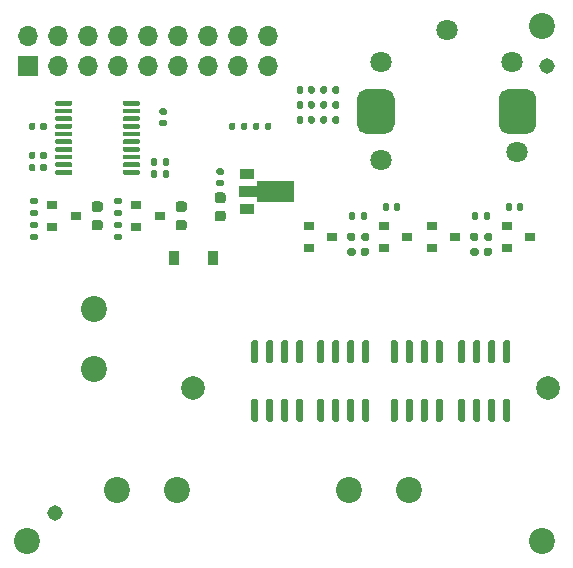
<source format=gts>
G04 #@! TF.GenerationSoftware,KiCad,Pcbnew,5.1.10*
G04 #@! TF.CreationDate,2021-12-29T02:33:02+02:00*
G04 #@! TF.ProjectId,pwm-controller,70776d2d-636f-46e7-9472-6f6c6c65722e,rev?*
G04 #@! TF.SameCoordinates,Original*
G04 #@! TF.FileFunction,Soldermask,Top*
G04 #@! TF.FilePolarity,Negative*
%FSLAX46Y46*%
G04 Gerber Fmt 4.6, Leading zero omitted, Abs format (unit mm)*
G04 Created by KiCad (PCBNEW 5.1.10) date 2021-12-29 02:33:02*
%MOMM*%
%LPD*%
G01*
G04 APERTURE LIST*
%ADD10O,1.700000X1.700000*%
%ADD11R,1.700000X1.700000*%
%ADD12C,1.800000*%
%ADD13R,0.900000X1.200000*%
%ADD14C,2.000000*%
%ADD15C,2.200000*%
%ADD16R,0.900000X0.800000*%
%ADD17C,0.100000*%
%ADD18R,1.300000X0.900000*%
%ADD19C,1.310000*%
G04 APERTURE END LIST*
D10*
X99822000Y-80264000D03*
X99822000Y-82804000D03*
X97282000Y-80264000D03*
X97282000Y-82804000D03*
X94742000Y-80264000D03*
X94742000Y-82804000D03*
X92202000Y-80264000D03*
X92202000Y-82804000D03*
X89662000Y-80264000D03*
X89662000Y-82804000D03*
X87122000Y-80264000D03*
X87122000Y-82804000D03*
X84582000Y-80264000D03*
X84582000Y-82804000D03*
X82042000Y-80264000D03*
X82042000Y-82804000D03*
X79502000Y-80264000D03*
D11*
X79502000Y-82804000D03*
D12*
X109385000Y-90726000D03*
X120885000Y-90026000D03*
X120485000Y-82426000D03*
X109385000Y-82426000D03*
X114935000Y-79726000D03*
G36*
G01*
X107335000Y-87726000D02*
X107335000Y-85526000D01*
G75*
G02*
X108135000Y-84726000I800000J0D01*
G01*
X109735000Y-84726000D01*
G75*
G02*
X110535000Y-85526000I0J-800000D01*
G01*
X110535000Y-87726000D01*
G75*
G02*
X109735000Y-88526000I-800000J0D01*
G01*
X108135000Y-88526000D01*
G75*
G02*
X107335000Y-87726000I0J800000D01*
G01*
G37*
G36*
G01*
X119335000Y-87726000D02*
X119335000Y-85526000D01*
G75*
G02*
X120135000Y-84726000I800000J0D01*
G01*
X121735000Y-84726000D01*
G75*
G02*
X122535000Y-85526000I0J-800000D01*
G01*
X122535000Y-87726000D01*
G75*
G02*
X121735000Y-88526000I-800000J0D01*
G01*
X120135000Y-88526000D01*
G75*
G02*
X119335000Y-87726000I0J800000D01*
G01*
G37*
G36*
G01*
X91102000Y-86922000D02*
X90762000Y-86922000D01*
G75*
G02*
X90622000Y-86782000I0J140000D01*
G01*
X90622000Y-86502000D01*
G75*
G02*
X90762000Y-86362000I140000J0D01*
G01*
X91102000Y-86362000D01*
G75*
G02*
X91242000Y-86502000I0J-140000D01*
G01*
X91242000Y-86782000D01*
G75*
G02*
X91102000Y-86922000I-140000J0D01*
G01*
G37*
G36*
G01*
X91102000Y-87882000D02*
X90762000Y-87882000D01*
G75*
G02*
X90622000Y-87742000I0J140000D01*
G01*
X90622000Y-87462000D01*
G75*
G02*
X90762000Y-87322000I140000J0D01*
G01*
X91102000Y-87322000D01*
G75*
G02*
X91242000Y-87462000I0J-140000D01*
G01*
X91242000Y-87742000D01*
G75*
G02*
X91102000Y-87882000I-140000J0D01*
G01*
G37*
D13*
X91822000Y-99060000D03*
X95122000Y-99060000D03*
D14*
X123500000Y-110000000D03*
X93500000Y-110000000D03*
D15*
X123025000Y-79375000D03*
G36*
G01*
X97522000Y-88069000D02*
X97522000Y-87699000D01*
G75*
G02*
X97657000Y-87564000I135000J0D01*
G01*
X97927000Y-87564000D01*
G75*
G02*
X98062000Y-87699000I0J-135000D01*
G01*
X98062000Y-88069000D01*
G75*
G02*
X97927000Y-88204000I-135000J0D01*
G01*
X97657000Y-88204000D01*
G75*
G02*
X97522000Y-88069000I0J135000D01*
G01*
G37*
G36*
G01*
X96502000Y-88069000D02*
X96502000Y-87699000D01*
G75*
G02*
X96637000Y-87564000I135000J0D01*
G01*
X96907000Y-87564000D01*
G75*
G02*
X97042000Y-87699000I0J-135000D01*
G01*
X97042000Y-88069000D01*
G75*
G02*
X96907000Y-88204000I-135000J0D01*
G01*
X96637000Y-88204000D01*
G75*
G02*
X96502000Y-88069000I0J135000D01*
G01*
G37*
G36*
G01*
X99074000Y-87699000D02*
X99074000Y-88069000D01*
G75*
G02*
X98939000Y-88204000I-135000J0D01*
G01*
X98669000Y-88204000D01*
G75*
G02*
X98534000Y-88069000I0J135000D01*
G01*
X98534000Y-87699000D01*
G75*
G02*
X98669000Y-87564000I135000J0D01*
G01*
X98939000Y-87564000D01*
G75*
G02*
X99074000Y-87699000I0J-135000D01*
G01*
G37*
G36*
G01*
X100094000Y-87699000D02*
X100094000Y-88069000D01*
G75*
G02*
X99959000Y-88204000I-135000J0D01*
G01*
X99689000Y-88204000D01*
G75*
G02*
X99554000Y-88069000I0J135000D01*
G01*
X99554000Y-87699000D01*
G75*
G02*
X99689000Y-87564000I135000J0D01*
G01*
X99959000Y-87564000D01*
G75*
G02*
X100094000Y-87699000I0J-135000D01*
G01*
G37*
G36*
G01*
X103197000Y-87508000D02*
X103197000Y-87168000D01*
G75*
G02*
X103337000Y-87028000I140000J0D01*
G01*
X103617000Y-87028000D01*
G75*
G02*
X103757000Y-87168000I0J-140000D01*
G01*
X103757000Y-87508000D01*
G75*
G02*
X103617000Y-87648000I-140000J0D01*
G01*
X103337000Y-87648000D01*
G75*
G02*
X103197000Y-87508000I0J140000D01*
G01*
G37*
G36*
G01*
X102237000Y-87508000D02*
X102237000Y-87168000D01*
G75*
G02*
X102377000Y-87028000I140000J0D01*
G01*
X102657000Y-87028000D01*
G75*
G02*
X102797000Y-87168000I0J-140000D01*
G01*
X102797000Y-87508000D01*
G75*
G02*
X102657000Y-87648000I-140000J0D01*
G01*
X102377000Y-87648000D01*
G75*
G02*
X102237000Y-87508000I0J140000D01*
G01*
G37*
G36*
G01*
X103197000Y-84968000D02*
X103197000Y-84628000D01*
G75*
G02*
X103337000Y-84488000I140000J0D01*
G01*
X103617000Y-84488000D01*
G75*
G02*
X103757000Y-84628000I0J-140000D01*
G01*
X103757000Y-84968000D01*
G75*
G02*
X103617000Y-85108000I-140000J0D01*
G01*
X103337000Y-85108000D01*
G75*
G02*
X103197000Y-84968000I0J140000D01*
G01*
G37*
G36*
G01*
X102237000Y-84968000D02*
X102237000Y-84628000D01*
G75*
G02*
X102377000Y-84488000I140000J0D01*
G01*
X102657000Y-84488000D01*
G75*
G02*
X102797000Y-84628000I0J-140000D01*
G01*
X102797000Y-84968000D01*
G75*
G02*
X102657000Y-85108000I-140000J0D01*
G01*
X102377000Y-85108000D01*
G75*
G02*
X102237000Y-84968000I0J140000D01*
G01*
G37*
G36*
G01*
X103197000Y-86238000D02*
X103197000Y-85898000D01*
G75*
G02*
X103337000Y-85758000I140000J0D01*
G01*
X103617000Y-85758000D01*
G75*
G02*
X103757000Y-85898000I0J-140000D01*
G01*
X103757000Y-86238000D01*
G75*
G02*
X103617000Y-86378000I-140000J0D01*
G01*
X103337000Y-86378000D01*
G75*
G02*
X103197000Y-86238000I0J140000D01*
G01*
G37*
G36*
G01*
X102237000Y-86238000D02*
X102237000Y-85898000D01*
G75*
G02*
X102377000Y-85758000I140000J0D01*
G01*
X102657000Y-85758000D01*
G75*
G02*
X102797000Y-85898000I0J-140000D01*
G01*
X102797000Y-86238000D01*
G75*
G02*
X102657000Y-86378000I-140000J0D01*
G01*
X102377000Y-86378000D01*
G75*
G02*
X102237000Y-86238000I0J140000D01*
G01*
G37*
G36*
G01*
X87504000Y-86029000D02*
X87504000Y-85829000D01*
G75*
G02*
X87604000Y-85729000I100000J0D01*
G01*
X88879000Y-85729000D01*
G75*
G02*
X88979000Y-85829000I0J-100000D01*
G01*
X88979000Y-86029000D01*
G75*
G02*
X88879000Y-86129000I-100000J0D01*
G01*
X87604000Y-86129000D01*
G75*
G02*
X87504000Y-86029000I0J100000D01*
G01*
G37*
G36*
G01*
X87504000Y-86679000D02*
X87504000Y-86479000D01*
G75*
G02*
X87604000Y-86379000I100000J0D01*
G01*
X88879000Y-86379000D01*
G75*
G02*
X88979000Y-86479000I0J-100000D01*
G01*
X88979000Y-86679000D01*
G75*
G02*
X88879000Y-86779000I-100000J0D01*
G01*
X87604000Y-86779000D01*
G75*
G02*
X87504000Y-86679000I0J100000D01*
G01*
G37*
G36*
G01*
X87504000Y-87329000D02*
X87504000Y-87129000D01*
G75*
G02*
X87604000Y-87029000I100000J0D01*
G01*
X88879000Y-87029000D01*
G75*
G02*
X88979000Y-87129000I0J-100000D01*
G01*
X88979000Y-87329000D01*
G75*
G02*
X88879000Y-87429000I-100000J0D01*
G01*
X87604000Y-87429000D01*
G75*
G02*
X87504000Y-87329000I0J100000D01*
G01*
G37*
G36*
G01*
X87504000Y-87979000D02*
X87504000Y-87779000D01*
G75*
G02*
X87604000Y-87679000I100000J0D01*
G01*
X88879000Y-87679000D01*
G75*
G02*
X88979000Y-87779000I0J-100000D01*
G01*
X88979000Y-87979000D01*
G75*
G02*
X88879000Y-88079000I-100000J0D01*
G01*
X87604000Y-88079000D01*
G75*
G02*
X87504000Y-87979000I0J100000D01*
G01*
G37*
G36*
G01*
X87504000Y-88629000D02*
X87504000Y-88429000D01*
G75*
G02*
X87604000Y-88329000I100000J0D01*
G01*
X88879000Y-88329000D01*
G75*
G02*
X88979000Y-88429000I0J-100000D01*
G01*
X88979000Y-88629000D01*
G75*
G02*
X88879000Y-88729000I-100000J0D01*
G01*
X87604000Y-88729000D01*
G75*
G02*
X87504000Y-88629000I0J100000D01*
G01*
G37*
G36*
G01*
X87504000Y-89279000D02*
X87504000Y-89079000D01*
G75*
G02*
X87604000Y-88979000I100000J0D01*
G01*
X88879000Y-88979000D01*
G75*
G02*
X88979000Y-89079000I0J-100000D01*
G01*
X88979000Y-89279000D01*
G75*
G02*
X88879000Y-89379000I-100000J0D01*
G01*
X87604000Y-89379000D01*
G75*
G02*
X87504000Y-89279000I0J100000D01*
G01*
G37*
G36*
G01*
X87504000Y-89929000D02*
X87504000Y-89729000D01*
G75*
G02*
X87604000Y-89629000I100000J0D01*
G01*
X88879000Y-89629000D01*
G75*
G02*
X88979000Y-89729000I0J-100000D01*
G01*
X88979000Y-89929000D01*
G75*
G02*
X88879000Y-90029000I-100000J0D01*
G01*
X87604000Y-90029000D01*
G75*
G02*
X87504000Y-89929000I0J100000D01*
G01*
G37*
G36*
G01*
X87504000Y-90579000D02*
X87504000Y-90379000D01*
G75*
G02*
X87604000Y-90279000I100000J0D01*
G01*
X88879000Y-90279000D01*
G75*
G02*
X88979000Y-90379000I0J-100000D01*
G01*
X88979000Y-90579000D01*
G75*
G02*
X88879000Y-90679000I-100000J0D01*
G01*
X87604000Y-90679000D01*
G75*
G02*
X87504000Y-90579000I0J100000D01*
G01*
G37*
G36*
G01*
X87504000Y-91229000D02*
X87504000Y-91029000D01*
G75*
G02*
X87604000Y-90929000I100000J0D01*
G01*
X88879000Y-90929000D01*
G75*
G02*
X88979000Y-91029000I0J-100000D01*
G01*
X88979000Y-91229000D01*
G75*
G02*
X88879000Y-91329000I-100000J0D01*
G01*
X87604000Y-91329000D01*
G75*
G02*
X87504000Y-91229000I0J100000D01*
G01*
G37*
G36*
G01*
X87504000Y-91879000D02*
X87504000Y-91679000D01*
G75*
G02*
X87604000Y-91579000I100000J0D01*
G01*
X88879000Y-91579000D01*
G75*
G02*
X88979000Y-91679000I0J-100000D01*
G01*
X88979000Y-91879000D01*
G75*
G02*
X88879000Y-91979000I-100000J0D01*
G01*
X87604000Y-91979000D01*
G75*
G02*
X87504000Y-91879000I0J100000D01*
G01*
G37*
G36*
G01*
X81779000Y-91879000D02*
X81779000Y-91679000D01*
G75*
G02*
X81879000Y-91579000I100000J0D01*
G01*
X83154000Y-91579000D01*
G75*
G02*
X83254000Y-91679000I0J-100000D01*
G01*
X83254000Y-91879000D01*
G75*
G02*
X83154000Y-91979000I-100000J0D01*
G01*
X81879000Y-91979000D01*
G75*
G02*
X81779000Y-91879000I0J100000D01*
G01*
G37*
G36*
G01*
X81779000Y-91229000D02*
X81779000Y-91029000D01*
G75*
G02*
X81879000Y-90929000I100000J0D01*
G01*
X83154000Y-90929000D01*
G75*
G02*
X83254000Y-91029000I0J-100000D01*
G01*
X83254000Y-91229000D01*
G75*
G02*
X83154000Y-91329000I-100000J0D01*
G01*
X81879000Y-91329000D01*
G75*
G02*
X81779000Y-91229000I0J100000D01*
G01*
G37*
G36*
G01*
X81779000Y-90579000D02*
X81779000Y-90379000D01*
G75*
G02*
X81879000Y-90279000I100000J0D01*
G01*
X83154000Y-90279000D01*
G75*
G02*
X83254000Y-90379000I0J-100000D01*
G01*
X83254000Y-90579000D01*
G75*
G02*
X83154000Y-90679000I-100000J0D01*
G01*
X81879000Y-90679000D01*
G75*
G02*
X81779000Y-90579000I0J100000D01*
G01*
G37*
G36*
G01*
X81779000Y-89929000D02*
X81779000Y-89729000D01*
G75*
G02*
X81879000Y-89629000I100000J0D01*
G01*
X83154000Y-89629000D01*
G75*
G02*
X83254000Y-89729000I0J-100000D01*
G01*
X83254000Y-89929000D01*
G75*
G02*
X83154000Y-90029000I-100000J0D01*
G01*
X81879000Y-90029000D01*
G75*
G02*
X81779000Y-89929000I0J100000D01*
G01*
G37*
G36*
G01*
X81779000Y-89279000D02*
X81779000Y-89079000D01*
G75*
G02*
X81879000Y-88979000I100000J0D01*
G01*
X83154000Y-88979000D01*
G75*
G02*
X83254000Y-89079000I0J-100000D01*
G01*
X83254000Y-89279000D01*
G75*
G02*
X83154000Y-89379000I-100000J0D01*
G01*
X81879000Y-89379000D01*
G75*
G02*
X81779000Y-89279000I0J100000D01*
G01*
G37*
G36*
G01*
X81779000Y-88629000D02*
X81779000Y-88429000D01*
G75*
G02*
X81879000Y-88329000I100000J0D01*
G01*
X83154000Y-88329000D01*
G75*
G02*
X83254000Y-88429000I0J-100000D01*
G01*
X83254000Y-88629000D01*
G75*
G02*
X83154000Y-88729000I-100000J0D01*
G01*
X81879000Y-88729000D01*
G75*
G02*
X81779000Y-88629000I0J100000D01*
G01*
G37*
G36*
G01*
X81779000Y-87979000D02*
X81779000Y-87779000D01*
G75*
G02*
X81879000Y-87679000I100000J0D01*
G01*
X83154000Y-87679000D01*
G75*
G02*
X83254000Y-87779000I0J-100000D01*
G01*
X83254000Y-87979000D01*
G75*
G02*
X83154000Y-88079000I-100000J0D01*
G01*
X81879000Y-88079000D01*
G75*
G02*
X81779000Y-87979000I0J100000D01*
G01*
G37*
G36*
G01*
X81779000Y-87329000D02*
X81779000Y-87129000D01*
G75*
G02*
X81879000Y-87029000I100000J0D01*
G01*
X83154000Y-87029000D01*
G75*
G02*
X83254000Y-87129000I0J-100000D01*
G01*
X83254000Y-87329000D01*
G75*
G02*
X83154000Y-87429000I-100000J0D01*
G01*
X81879000Y-87429000D01*
G75*
G02*
X81779000Y-87329000I0J100000D01*
G01*
G37*
G36*
G01*
X81779000Y-86679000D02*
X81779000Y-86479000D01*
G75*
G02*
X81879000Y-86379000I100000J0D01*
G01*
X83154000Y-86379000D01*
G75*
G02*
X83254000Y-86479000I0J-100000D01*
G01*
X83254000Y-86679000D01*
G75*
G02*
X83154000Y-86779000I-100000J0D01*
G01*
X81879000Y-86779000D01*
G75*
G02*
X81779000Y-86679000I0J100000D01*
G01*
G37*
G36*
G01*
X81779000Y-86029000D02*
X81779000Y-85829000D01*
G75*
G02*
X81879000Y-85729000I100000J0D01*
G01*
X83154000Y-85729000D01*
G75*
G02*
X83254000Y-85829000I0J-100000D01*
G01*
X83254000Y-86029000D01*
G75*
G02*
X83154000Y-86129000I-100000J0D01*
G01*
X81879000Y-86129000D01*
G75*
G02*
X81779000Y-86029000I0J100000D01*
G01*
G37*
G36*
G01*
X95588000Y-92392000D02*
X95928000Y-92392000D01*
G75*
G02*
X96068000Y-92532000I0J-140000D01*
G01*
X96068000Y-92812000D01*
G75*
G02*
X95928000Y-92952000I-140000J0D01*
G01*
X95588000Y-92952000D01*
G75*
G02*
X95448000Y-92812000I0J140000D01*
G01*
X95448000Y-92532000D01*
G75*
G02*
X95588000Y-92392000I140000J0D01*
G01*
G37*
G36*
G01*
X95588000Y-91432000D02*
X95928000Y-91432000D01*
G75*
G02*
X96068000Y-91572000I0J-140000D01*
G01*
X96068000Y-91852000D01*
G75*
G02*
X95928000Y-91992000I-140000J0D01*
G01*
X95588000Y-91992000D01*
G75*
G02*
X95448000Y-91852000I0J140000D01*
G01*
X95448000Y-91572000D01*
G75*
G02*
X95588000Y-91432000I140000J0D01*
G01*
G37*
G36*
G01*
X90438000Y-91725000D02*
X90438000Y-92095000D01*
G75*
G02*
X90303000Y-92230000I-135000J0D01*
G01*
X90033000Y-92230000D01*
G75*
G02*
X89898000Y-92095000I0J135000D01*
G01*
X89898000Y-91725000D01*
G75*
G02*
X90033000Y-91590000I135000J0D01*
G01*
X90303000Y-91590000D01*
G75*
G02*
X90438000Y-91725000I0J-135000D01*
G01*
G37*
G36*
G01*
X91458000Y-91725000D02*
X91458000Y-92095000D01*
G75*
G02*
X91323000Y-92230000I-135000J0D01*
G01*
X91053000Y-92230000D01*
G75*
G02*
X90918000Y-92095000I0J135000D01*
G01*
X90918000Y-91725000D01*
G75*
G02*
X91053000Y-91590000I135000J0D01*
G01*
X91323000Y-91590000D01*
G75*
G02*
X91458000Y-91725000I0J-135000D01*
G01*
G37*
G36*
G01*
X90438000Y-90709000D02*
X90438000Y-91079000D01*
G75*
G02*
X90303000Y-91214000I-135000J0D01*
G01*
X90033000Y-91214000D01*
G75*
G02*
X89898000Y-91079000I0J135000D01*
G01*
X89898000Y-90709000D01*
G75*
G02*
X90033000Y-90574000I135000J0D01*
G01*
X90303000Y-90574000D01*
G75*
G02*
X90438000Y-90709000I0J-135000D01*
G01*
G37*
G36*
G01*
X91458000Y-90709000D02*
X91458000Y-91079000D01*
G75*
G02*
X91323000Y-91214000I-135000J0D01*
G01*
X91053000Y-91214000D01*
G75*
G02*
X90918000Y-91079000I0J135000D01*
G01*
X90918000Y-90709000D01*
G75*
G02*
X91053000Y-90574000I135000J0D01*
G01*
X91323000Y-90574000D01*
G75*
G02*
X91458000Y-90709000I0J-135000D01*
G01*
G37*
G36*
G01*
X80195000Y-94464000D02*
X79825000Y-94464000D01*
G75*
G02*
X79690000Y-94329000I0J135000D01*
G01*
X79690000Y-94059000D01*
G75*
G02*
X79825000Y-93924000I135000J0D01*
G01*
X80195000Y-93924000D01*
G75*
G02*
X80330000Y-94059000I0J-135000D01*
G01*
X80330000Y-94329000D01*
G75*
G02*
X80195000Y-94464000I-135000J0D01*
G01*
G37*
G36*
G01*
X80195000Y-95484000D02*
X79825000Y-95484000D01*
G75*
G02*
X79690000Y-95349000I0J135000D01*
G01*
X79690000Y-95079000D01*
G75*
G02*
X79825000Y-94944000I135000J0D01*
G01*
X80195000Y-94944000D01*
G75*
G02*
X80330000Y-95079000I0J-135000D01*
G01*
X80330000Y-95349000D01*
G75*
G02*
X80195000Y-95484000I-135000J0D01*
G01*
G37*
G36*
G01*
X92199750Y-95816000D02*
X92712250Y-95816000D01*
G75*
G02*
X92931000Y-96034750I0J-218750D01*
G01*
X92931000Y-96472250D01*
G75*
G02*
X92712250Y-96691000I-218750J0D01*
G01*
X92199750Y-96691000D01*
G75*
G02*
X91981000Y-96472250I0J218750D01*
G01*
X91981000Y-96034750D01*
G75*
G02*
X92199750Y-95816000I218750J0D01*
G01*
G37*
G36*
G01*
X92199750Y-94241000D02*
X92712250Y-94241000D01*
G75*
G02*
X92931000Y-94459750I0J-218750D01*
G01*
X92931000Y-94897250D01*
G75*
G02*
X92712250Y-95116000I-218750J0D01*
G01*
X92199750Y-95116000D01*
G75*
G02*
X91981000Y-94897250I0J218750D01*
G01*
X91981000Y-94459750D01*
G75*
G02*
X92199750Y-94241000I218750J0D01*
G01*
G37*
G36*
G01*
X85087750Y-95816000D02*
X85600250Y-95816000D01*
G75*
G02*
X85819000Y-96034750I0J-218750D01*
G01*
X85819000Y-96472250D01*
G75*
G02*
X85600250Y-96691000I-218750J0D01*
G01*
X85087750Y-96691000D01*
G75*
G02*
X84869000Y-96472250I0J218750D01*
G01*
X84869000Y-96034750D01*
G75*
G02*
X85087750Y-95816000I218750J0D01*
G01*
G37*
G36*
G01*
X85087750Y-94241000D02*
X85600250Y-94241000D01*
G75*
G02*
X85819000Y-94459750I0J-218750D01*
G01*
X85819000Y-94897250D01*
G75*
G02*
X85600250Y-95116000I-218750J0D01*
G01*
X85087750Y-95116000D01*
G75*
G02*
X84869000Y-94897250I0J218750D01*
G01*
X84869000Y-94459750D01*
G75*
G02*
X85087750Y-94241000I218750J0D01*
G01*
G37*
G36*
G01*
X87307000Y-96496000D02*
X86937000Y-96496000D01*
G75*
G02*
X86802000Y-96361000I0J135000D01*
G01*
X86802000Y-96091000D01*
G75*
G02*
X86937000Y-95956000I135000J0D01*
G01*
X87307000Y-95956000D01*
G75*
G02*
X87442000Y-96091000I0J-135000D01*
G01*
X87442000Y-96361000D01*
G75*
G02*
X87307000Y-96496000I-135000J0D01*
G01*
G37*
G36*
G01*
X87307000Y-97516000D02*
X86937000Y-97516000D01*
G75*
G02*
X86802000Y-97381000I0J135000D01*
G01*
X86802000Y-97111000D01*
G75*
G02*
X86937000Y-96976000I135000J0D01*
G01*
X87307000Y-96976000D01*
G75*
G02*
X87442000Y-97111000I0J-135000D01*
G01*
X87442000Y-97381000D01*
G75*
G02*
X87307000Y-97516000I-135000J0D01*
G01*
G37*
G36*
G01*
X87307000Y-94464000D02*
X86937000Y-94464000D01*
G75*
G02*
X86802000Y-94329000I0J135000D01*
G01*
X86802000Y-94059000D01*
G75*
G02*
X86937000Y-93924000I135000J0D01*
G01*
X87307000Y-93924000D01*
G75*
G02*
X87442000Y-94059000I0J-135000D01*
G01*
X87442000Y-94329000D01*
G75*
G02*
X87307000Y-94464000I-135000J0D01*
G01*
G37*
G36*
G01*
X87307000Y-95484000D02*
X86937000Y-95484000D01*
G75*
G02*
X86802000Y-95349000I0J135000D01*
G01*
X86802000Y-95079000D01*
G75*
G02*
X86937000Y-94944000I135000J0D01*
G01*
X87307000Y-94944000D01*
G75*
G02*
X87442000Y-95079000I0J-135000D01*
G01*
X87442000Y-95349000D01*
G75*
G02*
X87307000Y-95484000I-135000J0D01*
G01*
G37*
G36*
G01*
X80195000Y-96496000D02*
X79825000Y-96496000D01*
G75*
G02*
X79690000Y-96361000I0J135000D01*
G01*
X79690000Y-96091000D01*
G75*
G02*
X79825000Y-95956000I135000J0D01*
G01*
X80195000Y-95956000D01*
G75*
G02*
X80330000Y-96091000I0J-135000D01*
G01*
X80330000Y-96361000D01*
G75*
G02*
X80195000Y-96496000I-135000J0D01*
G01*
G37*
G36*
G01*
X80195000Y-97516000D02*
X79825000Y-97516000D01*
G75*
G02*
X79690000Y-97381000I0J135000D01*
G01*
X79690000Y-97111000D01*
G75*
G02*
X79825000Y-96976000I135000J0D01*
G01*
X80195000Y-96976000D01*
G75*
G02*
X80330000Y-97111000I0J-135000D01*
G01*
X80330000Y-97381000D01*
G75*
G02*
X80195000Y-97516000I-135000J0D01*
G01*
G37*
D16*
X90662000Y-95466000D03*
X88662000Y-96416000D03*
X88662000Y-94516000D03*
X83550000Y-95466000D03*
X81550000Y-96416000D03*
X81550000Y-94516000D03*
G36*
G01*
X104789000Y-84613000D02*
X104789000Y-84983000D01*
G75*
G02*
X104654000Y-85118000I-135000J0D01*
G01*
X104384000Y-85118000D01*
G75*
G02*
X104249000Y-84983000I0J135000D01*
G01*
X104249000Y-84613000D01*
G75*
G02*
X104384000Y-84478000I135000J0D01*
G01*
X104654000Y-84478000D01*
G75*
G02*
X104789000Y-84613000I0J-135000D01*
G01*
G37*
G36*
G01*
X105809000Y-84613000D02*
X105809000Y-84983000D01*
G75*
G02*
X105674000Y-85118000I-135000J0D01*
G01*
X105404000Y-85118000D01*
G75*
G02*
X105269000Y-84983000I0J135000D01*
G01*
X105269000Y-84613000D01*
G75*
G02*
X105404000Y-84478000I135000J0D01*
G01*
X105674000Y-84478000D01*
G75*
G02*
X105809000Y-84613000I0J-135000D01*
G01*
G37*
G36*
G01*
X102339000Y-110936000D02*
X102639000Y-110936000D01*
G75*
G02*
X102789000Y-111086000I0J-150000D01*
G01*
X102789000Y-112736000D01*
G75*
G02*
X102639000Y-112886000I-150000J0D01*
G01*
X102339000Y-112886000D01*
G75*
G02*
X102189000Y-112736000I0J150000D01*
G01*
X102189000Y-111086000D01*
G75*
G02*
X102339000Y-110936000I150000J0D01*
G01*
G37*
G36*
G01*
X101069000Y-110936000D02*
X101369000Y-110936000D01*
G75*
G02*
X101519000Y-111086000I0J-150000D01*
G01*
X101519000Y-112736000D01*
G75*
G02*
X101369000Y-112886000I-150000J0D01*
G01*
X101069000Y-112886000D01*
G75*
G02*
X100919000Y-112736000I0J150000D01*
G01*
X100919000Y-111086000D01*
G75*
G02*
X101069000Y-110936000I150000J0D01*
G01*
G37*
G36*
G01*
X99799000Y-110936000D02*
X100099000Y-110936000D01*
G75*
G02*
X100249000Y-111086000I0J-150000D01*
G01*
X100249000Y-112736000D01*
G75*
G02*
X100099000Y-112886000I-150000J0D01*
G01*
X99799000Y-112886000D01*
G75*
G02*
X99649000Y-112736000I0J150000D01*
G01*
X99649000Y-111086000D01*
G75*
G02*
X99799000Y-110936000I150000J0D01*
G01*
G37*
G36*
G01*
X98529000Y-110936000D02*
X98829000Y-110936000D01*
G75*
G02*
X98979000Y-111086000I0J-150000D01*
G01*
X98979000Y-112736000D01*
G75*
G02*
X98829000Y-112886000I-150000J0D01*
G01*
X98529000Y-112886000D01*
G75*
G02*
X98379000Y-112736000I0J150000D01*
G01*
X98379000Y-111086000D01*
G75*
G02*
X98529000Y-110936000I150000J0D01*
G01*
G37*
G36*
G01*
X98529000Y-105986000D02*
X98829000Y-105986000D01*
G75*
G02*
X98979000Y-106136000I0J-150000D01*
G01*
X98979000Y-107786000D01*
G75*
G02*
X98829000Y-107936000I-150000J0D01*
G01*
X98529000Y-107936000D01*
G75*
G02*
X98379000Y-107786000I0J150000D01*
G01*
X98379000Y-106136000D01*
G75*
G02*
X98529000Y-105986000I150000J0D01*
G01*
G37*
G36*
G01*
X99799000Y-105986000D02*
X100099000Y-105986000D01*
G75*
G02*
X100249000Y-106136000I0J-150000D01*
G01*
X100249000Y-107786000D01*
G75*
G02*
X100099000Y-107936000I-150000J0D01*
G01*
X99799000Y-107936000D01*
G75*
G02*
X99649000Y-107786000I0J150000D01*
G01*
X99649000Y-106136000D01*
G75*
G02*
X99799000Y-105986000I150000J0D01*
G01*
G37*
G36*
G01*
X101069000Y-105986000D02*
X101369000Y-105986000D01*
G75*
G02*
X101519000Y-106136000I0J-150000D01*
G01*
X101519000Y-107786000D01*
G75*
G02*
X101369000Y-107936000I-150000J0D01*
G01*
X101069000Y-107936000D01*
G75*
G02*
X100919000Y-107786000I0J150000D01*
G01*
X100919000Y-106136000D01*
G75*
G02*
X101069000Y-105986000I150000J0D01*
G01*
G37*
G36*
G01*
X102339000Y-105986000D02*
X102639000Y-105986000D01*
G75*
G02*
X102789000Y-106136000I0J-150000D01*
G01*
X102789000Y-107786000D01*
G75*
G02*
X102639000Y-107936000I-150000J0D01*
G01*
X102339000Y-107936000D01*
G75*
G02*
X102189000Y-107786000I0J150000D01*
G01*
X102189000Y-106136000D01*
G75*
G02*
X102339000Y-105986000I150000J0D01*
G01*
G37*
G36*
G01*
X107927000Y-110936000D02*
X108227000Y-110936000D01*
G75*
G02*
X108377000Y-111086000I0J-150000D01*
G01*
X108377000Y-112736000D01*
G75*
G02*
X108227000Y-112886000I-150000J0D01*
G01*
X107927000Y-112886000D01*
G75*
G02*
X107777000Y-112736000I0J150000D01*
G01*
X107777000Y-111086000D01*
G75*
G02*
X107927000Y-110936000I150000J0D01*
G01*
G37*
G36*
G01*
X106657000Y-110936000D02*
X106957000Y-110936000D01*
G75*
G02*
X107107000Y-111086000I0J-150000D01*
G01*
X107107000Y-112736000D01*
G75*
G02*
X106957000Y-112886000I-150000J0D01*
G01*
X106657000Y-112886000D01*
G75*
G02*
X106507000Y-112736000I0J150000D01*
G01*
X106507000Y-111086000D01*
G75*
G02*
X106657000Y-110936000I150000J0D01*
G01*
G37*
G36*
G01*
X105387000Y-110936000D02*
X105687000Y-110936000D01*
G75*
G02*
X105837000Y-111086000I0J-150000D01*
G01*
X105837000Y-112736000D01*
G75*
G02*
X105687000Y-112886000I-150000J0D01*
G01*
X105387000Y-112886000D01*
G75*
G02*
X105237000Y-112736000I0J150000D01*
G01*
X105237000Y-111086000D01*
G75*
G02*
X105387000Y-110936000I150000J0D01*
G01*
G37*
G36*
G01*
X104117000Y-110936000D02*
X104417000Y-110936000D01*
G75*
G02*
X104567000Y-111086000I0J-150000D01*
G01*
X104567000Y-112736000D01*
G75*
G02*
X104417000Y-112886000I-150000J0D01*
G01*
X104117000Y-112886000D01*
G75*
G02*
X103967000Y-112736000I0J150000D01*
G01*
X103967000Y-111086000D01*
G75*
G02*
X104117000Y-110936000I150000J0D01*
G01*
G37*
G36*
G01*
X104117000Y-105986000D02*
X104417000Y-105986000D01*
G75*
G02*
X104567000Y-106136000I0J-150000D01*
G01*
X104567000Y-107786000D01*
G75*
G02*
X104417000Y-107936000I-150000J0D01*
G01*
X104117000Y-107936000D01*
G75*
G02*
X103967000Y-107786000I0J150000D01*
G01*
X103967000Y-106136000D01*
G75*
G02*
X104117000Y-105986000I150000J0D01*
G01*
G37*
G36*
G01*
X105387000Y-105986000D02*
X105687000Y-105986000D01*
G75*
G02*
X105837000Y-106136000I0J-150000D01*
G01*
X105837000Y-107786000D01*
G75*
G02*
X105687000Y-107936000I-150000J0D01*
G01*
X105387000Y-107936000D01*
G75*
G02*
X105237000Y-107786000I0J150000D01*
G01*
X105237000Y-106136000D01*
G75*
G02*
X105387000Y-105986000I150000J0D01*
G01*
G37*
G36*
G01*
X106657000Y-105986000D02*
X106957000Y-105986000D01*
G75*
G02*
X107107000Y-106136000I0J-150000D01*
G01*
X107107000Y-107786000D01*
G75*
G02*
X106957000Y-107936000I-150000J0D01*
G01*
X106657000Y-107936000D01*
G75*
G02*
X106507000Y-107786000I0J150000D01*
G01*
X106507000Y-106136000D01*
G75*
G02*
X106657000Y-105986000I150000J0D01*
G01*
G37*
G36*
G01*
X107927000Y-105986000D02*
X108227000Y-105986000D01*
G75*
G02*
X108377000Y-106136000I0J-150000D01*
G01*
X108377000Y-107786000D01*
G75*
G02*
X108227000Y-107936000I-150000J0D01*
G01*
X107927000Y-107936000D01*
G75*
G02*
X107777000Y-107786000I0J150000D01*
G01*
X107777000Y-106136000D01*
G75*
G02*
X107927000Y-105986000I150000J0D01*
G01*
G37*
G36*
G01*
X114150000Y-110936000D02*
X114450000Y-110936000D01*
G75*
G02*
X114600000Y-111086000I0J-150000D01*
G01*
X114600000Y-112736000D01*
G75*
G02*
X114450000Y-112886000I-150000J0D01*
G01*
X114150000Y-112886000D01*
G75*
G02*
X114000000Y-112736000I0J150000D01*
G01*
X114000000Y-111086000D01*
G75*
G02*
X114150000Y-110936000I150000J0D01*
G01*
G37*
G36*
G01*
X112880000Y-110936000D02*
X113180000Y-110936000D01*
G75*
G02*
X113330000Y-111086000I0J-150000D01*
G01*
X113330000Y-112736000D01*
G75*
G02*
X113180000Y-112886000I-150000J0D01*
G01*
X112880000Y-112886000D01*
G75*
G02*
X112730000Y-112736000I0J150000D01*
G01*
X112730000Y-111086000D01*
G75*
G02*
X112880000Y-110936000I150000J0D01*
G01*
G37*
G36*
G01*
X111610000Y-110936000D02*
X111910000Y-110936000D01*
G75*
G02*
X112060000Y-111086000I0J-150000D01*
G01*
X112060000Y-112736000D01*
G75*
G02*
X111910000Y-112886000I-150000J0D01*
G01*
X111610000Y-112886000D01*
G75*
G02*
X111460000Y-112736000I0J150000D01*
G01*
X111460000Y-111086000D01*
G75*
G02*
X111610000Y-110936000I150000J0D01*
G01*
G37*
G36*
G01*
X110340000Y-110936000D02*
X110640000Y-110936000D01*
G75*
G02*
X110790000Y-111086000I0J-150000D01*
G01*
X110790000Y-112736000D01*
G75*
G02*
X110640000Y-112886000I-150000J0D01*
G01*
X110340000Y-112886000D01*
G75*
G02*
X110190000Y-112736000I0J150000D01*
G01*
X110190000Y-111086000D01*
G75*
G02*
X110340000Y-110936000I150000J0D01*
G01*
G37*
G36*
G01*
X110340000Y-105986000D02*
X110640000Y-105986000D01*
G75*
G02*
X110790000Y-106136000I0J-150000D01*
G01*
X110790000Y-107786000D01*
G75*
G02*
X110640000Y-107936000I-150000J0D01*
G01*
X110340000Y-107936000D01*
G75*
G02*
X110190000Y-107786000I0J150000D01*
G01*
X110190000Y-106136000D01*
G75*
G02*
X110340000Y-105986000I150000J0D01*
G01*
G37*
G36*
G01*
X111610000Y-105986000D02*
X111910000Y-105986000D01*
G75*
G02*
X112060000Y-106136000I0J-150000D01*
G01*
X112060000Y-107786000D01*
G75*
G02*
X111910000Y-107936000I-150000J0D01*
G01*
X111610000Y-107936000D01*
G75*
G02*
X111460000Y-107786000I0J150000D01*
G01*
X111460000Y-106136000D01*
G75*
G02*
X111610000Y-105986000I150000J0D01*
G01*
G37*
G36*
G01*
X112880000Y-105986000D02*
X113180000Y-105986000D01*
G75*
G02*
X113330000Y-106136000I0J-150000D01*
G01*
X113330000Y-107786000D01*
G75*
G02*
X113180000Y-107936000I-150000J0D01*
G01*
X112880000Y-107936000D01*
G75*
G02*
X112730000Y-107786000I0J150000D01*
G01*
X112730000Y-106136000D01*
G75*
G02*
X112880000Y-105986000I150000J0D01*
G01*
G37*
G36*
G01*
X114150000Y-105986000D02*
X114450000Y-105986000D01*
G75*
G02*
X114600000Y-106136000I0J-150000D01*
G01*
X114600000Y-107786000D01*
G75*
G02*
X114450000Y-107936000I-150000J0D01*
G01*
X114150000Y-107936000D01*
G75*
G02*
X114000000Y-107786000I0J150000D01*
G01*
X114000000Y-106136000D01*
G75*
G02*
X114150000Y-105986000I150000J0D01*
G01*
G37*
G36*
G01*
X119865000Y-110936000D02*
X120165000Y-110936000D01*
G75*
G02*
X120315000Y-111086000I0J-150000D01*
G01*
X120315000Y-112736000D01*
G75*
G02*
X120165000Y-112886000I-150000J0D01*
G01*
X119865000Y-112886000D01*
G75*
G02*
X119715000Y-112736000I0J150000D01*
G01*
X119715000Y-111086000D01*
G75*
G02*
X119865000Y-110936000I150000J0D01*
G01*
G37*
G36*
G01*
X118595000Y-110936000D02*
X118895000Y-110936000D01*
G75*
G02*
X119045000Y-111086000I0J-150000D01*
G01*
X119045000Y-112736000D01*
G75*
G02*
X118895000Y-112886000I-150000J0D01*
G01*
X118595000Y-112886000D01*
G75*
G02*
X118445000Y-112736000I0J150000D01*
G01*
X118445000Y-111086000D01*
G75*
G02*
X118595000Y-110936000I150000J0D01*
G01*
G37*
G36*
G01*
X117325000Y-110936000D02*
X117625000Y-110936000D01*
G75*
G02*
X117775000Y-111086000I0J-150000D01*
G01*
X117775000Y-112736000D01*
G75*
G02*
X117625000Y-112886000I-150000J0D01*
G01*
X117325000Y-112886000D01*
G75*
G02*
X117175000Y-112736000I0J150000D01*
G01*
X117175000Y-111086000D01*
G75*
G02*
X117325000Y-110936000I150000J0D01*
G01*
G37*
G36*
G01*
X116055000Y-110936000D02*
X116355000Y-110936000D01*
G75*
G02*
X116505000Y-111086000I0J-150000D01*
G01*
X116505000Y-112736000D01*
G75*
G02*
X116355000Y-112886000I-150000J0D01*
G01*
X116055000Y-112886000D01*
G75*
G02*
X115905000Y-112736000I0J150000D01*
G01*
X115905000Y-111086000D01*
G75*
G02*
X116055000Y-110936000I150000J0D01*
G01*
G37*
G36*
G01*
X116055000Y-105986000D02*
X116355000Y-105986000D01*
G75*
G02*
X116505000Y-106136000I0J-150000D01*
G01*
X116505000Y-107786000D01*
G75*
G02*
X116355000Y-107936000I-150000J0D01*
G01*
X116055000Y-107936000D01*
G75*
G02*
X115905000Y-107786000I0J150000D01*
G01*
X115905000Y-106136000D01*
G75*
G02*
X116055000Y-105986000I150000J0D01*
G01*
G37*
G36*
G01*
X117325000Y-105986000D02*
X117625000Y-105986000D01*
G75*
G02*
X117775000Y-106136000I0J-150000D01*
G01*
X117775000Y-107786000D01*
G75*
G02*
X117625000Y-107936000I-150000J0D01*
G01*
X117325000Y-107936000D01*
G75*
G02*
X117175000Y-107786000I0J150000D01*
G01*
X117175000Y-106136000D01*
G75*
G02*
X117325000Y-105986000I150000J0D01*
G01*
G37*
G36*
G01*
X118595000Y-105986000D02*
X118895000Y-105986000D01*
G75*
G02*
X119045000Y-106136000I0J-150000D01*
G01*
X119045000Y-107786000D01*
G75*
G02*
X118895000Y-107936000I-150000J0D01*
G01*
X118595000Y-107936000D01*
G75*
G02*
X118445000Y-107786000I0J150000D01*
G01*
X118445000Y-106136000D01*
G75*
G02*
X118595000Y-105986000I150000J0D01*
G01*
G37*
G36*
G01*
X119865000Y-105986000D02*
X120165000Y-105986000D01*
G75*
G02*
X120315000Y-106136000I0J-150000D01*
G01*
X120315000Y-107786000D01*
G75*
G02*
X120165000Y-107936000I-150000J0D01*
G01*
X119865000Y-107936000D01*
G75*
G02*
X119715000Y-107786000I0J150000D01*
G01*
X119715000Y-106136000D01*
G75*
G02*
X119865000Y-105986000I150000J0D01*
G01*
G37*
G36*
G01*
X104789000Y-85883000D02*
X104789000Y-86253000D01*
G75*
G02*
X104654000Y-86388000I-135000J0D01*
G01*
X104384000Y-86388000D01*
G75*
G02*
X104249000Y-86253000I0J135000D01*
G01*
X104249000Y-85883000D01*
G75*
G02*
X104384000Y-85748000I135000J0D01*
G01*
X104654000Y-85748000D01*
G75*
G02*
X104789000Y-85883000I0J-135000D01*
G01*
G37*
G36*
G01*
X105809000Y-85883000D02*
X105809000Y-86253000D01*
G75*
G02*
X105674000Y-86388000I-135000J0D01*
G01*
X105404000Y-86388000D01*
G75*
G02*
X105269000Y-86253000I0J135000D01*
G01*
X105269000Y-85883000D01*
G75*
G02*
X105404000Y-85748000I135000J0D01*
G01*
X105674000Y-85748000D01*
G75*
G02*
X105809000Y-85883000I0J-135000D01*
G01*
G37*
G36*
G01*
X105269000Y-87523000D02*
X105269000Y-87153000D01*
G75*
G02*
X105404000Y-87018000I135000J0D01*
G01*
X105674000Y-87018000D01*
G75*
G02*
X105809000Y-87153000I0J-135000D01*
G01*
X105809000Y-87523000D01*
G75*
G02*
X105674000Y-87658000I-135000J0D01*
G01*
X105404000Y-87658000D01*
G75*
G02*
X105269000Y-87523000I0J135000D01*
G01*
G37*
G36*
G01*
X104249000Y-87523000D02*
X104249000Y-87153000D01*
G75*
G02*
X104384000Y-87018000I135000J0D01*
G01*
X104654000Y-87018000D01*
G75*
G02*
X104789000Y-87153000I0J-135000D01*
G01*
X104789000Y-87523000D01*
G75*
G02*
X104654000Y-87658000I-135000J0D01*
G01*
X104384000Y-87658000D01*
G75*
G02*
X104249000Y-87523000I0J135000D01*
G01*
G37*
D17*
G36*
X101995000Y-94262500D02*
G01*
X98870000Y-94262500D01*
X98870000Y-93846000D01*
X97395000Y-93846000D01*
X97395000Y-92946000D01*
X98870000Y-92946000D01*
X98870000Y-92529500D01*
X101995000Y-92529500D01*
X101995000Y-94262500D01*
G37*
D18*
X98045000Y-94896000D03*
X98045000Y-91896000D03*
D15*
X86995000Y-118707000D03*
X92075000Y-118707000D03*
X85090000Y-108420000D03*
X85090000Y-103340000D03*
X106680000Y-118707000D03*
X111760000Y-118707000D03*
G36*
G01*
X110064000Y-94534000D02*
X110064000Y-94874000D01*
G75*
G02*
X109924000Y-95014000I-140000J0D01*
G01*
X109644000Y-95014000D01*
G75*
G02*
X109504000Y-94874000I0J140000D01*
G01*
X109504000Y-94534000D01*
G75*
G02*
X109644000Y-94394000I140000J0D01*
G01*
X109924000Y-94394000D01*
G75*
G02*
X110064000Y-94534000I0J-140000D01*
G01*
G37*
G36*
G01*
X111024000Y-94534000D02*
X111024000Y-94874000D01*
G75*
G02*
X110884000Y-95014000I-140000J0D01*
G01*
X110604000Y-95014000D01*
G75*
G02*
X110464000Y-94874000I0J140000D01*
G01*
X110464000Y-94534000D01*
G75*
G02*
X110604000Y-94394000I140000J0D01*
G01*
X110884000Y-94394000D01*
G75*
G02*
X111024000Y-94534000I0J-140000D01*
G01*
G37*
G36*
G01*
X120478000Y-94534000D02*
X120478000Y-94874000D01*
G75*
G02*
X120338000Y-95014000I-140000J0D01*
G01*
X120058000Y-95014000D01*
G75*
G02*
X119918000Y-94874000I0J140000D01*
G01*
X119918000Y-94534000D01*
G75*
G02*
X120058000Y-94394000I140000J0D01*
G01*
X120338000Y-94394000D01*
G75*
G02*
X120478000Y-94534000I0J-140000D01*
G01*
G37*
G36*
G01*
X121438000Y-94534000D02*
X121438000Y-94874000D01*
G75*
G02*
X121298000Y-95014000I-140000J0D01*
G01*
X121018000Y-95014000D01*
G75*
G02*
X120878000Y-94874000I0J140000D01*
G01*
X120878000Y-94534000D01*
G75*
G02*
X121018000Y-94394000I140000J0D01*
G01*
X121298000Y-94394000D01*
G75*
G02*
X121438000Y-94534000I0J-140000D01*
G01*
G37*
G36*
G01*
X118636000Y-95281000D02*
X118636000Y-95651000D01*
G75*
G02*
X118501000Y-95786000I-135000J0D01*
G01*
X118231000Y-95786000D01*
G75*
G02*
X118096000Y-95651000I0J135000D01*
G01*
X118096000Y-95281000D01*
G75*
G02*
X118231000Y-95146000I135000J0D01*
G01*
X118501000Y-95146000D01*
G75*
G02*
X118636000Y-95281000I0J-135000D01*
G01*
G37*
G36*
G01*
X117616000Y-95281000D02*
X117616000Y-95651000D01*
G75*
G02*
X117481000Y-95786000I-135000J0D01*
G01*
X117211000Y-95786000D01*
G75*
G02*
X117076000Y-95651000I0J135000D01*
G01*
X117076000Y-95281000D01*
G75*
G02*
X117211000Y-95146000I135000J0D01*
G01*
X117481000Y-95146000D01*
G75*
G02*
X117616000Y-95281000I0J-135000D01*
G01*
G37*
G36*
G01*
X118096000Y-97404000D02*
X118096000Y-97084000D01*
G75*
G02*
X118256000Y-96924000I160000J0D01*
G01*
X118651000Y-96924000D01*
G75*
G02*
X118811000Y-97084000I0J-160000D01*
G01*
X118811000Y-97404000D01*
G75*
G02*
X118651000Y-97564000I-160000J0D01*
G01*
X118256000Y-97564000D01*
G75*
G02*
X118096000Y-97404000I0J160000D01*
G01*
G37*
G36*
G01*
X116901000Y-97404000D02*
X116901000Y-97084000D01*
G75*
G02*
X117061000Y-96924000I160000J0D01*
G01*
X117456000Y-96924000D01*
G75*
G02*
X117616000Y-97084000I0J-160000D01*
G01*
X117616000Y-97404000D01*
G75*
G02*
X117456000Y-97564000I-160000J0D01*
G01*
X117061000Y-97564000D01*
G75*
G02*
X116901000Y-97404000I0J160000D01*
G01*
G37*
D16*
X113681000Y-96294000D03*
X113681000Y-98194000D03*
X115681000Y-97244000D03*
X120031000Y-96294000D03*
X120031000Y-98194000D03*
X122031000Y-97244000D03*
G36*
G01*
X117656000Y-98359000D02*
X117656000Y-98669000D01*
G75*
G02*
X117501000Y-98824000I-155000J0D01*
G01*
X117076000Y-98824000D01*
G75*
G02*
X116921000Y-98669000I0J155000D01*
G01*
X116921000Y-98359000D01*
G75*
G02*
X117076000Y-98204000I155000J0D01*
G01*
X117501000Y-98204000D01*
G75*
G02*
X117656000Y-98359000I0J-155000D01*
G01*
G37*
G36*
G01*
X118791000Y-98359000D02*
X118791000Y-98669000D01*
G75*
G02*
X118636000Y-98824000I-155000J0D01*
G01*
X118211000Y-98824000D01*
G75*
G02*
X118056000Y-98669000I0J155000D01*
G01*
X118056000Y-98359000D01*
G75*
G02*
X118211000Y-98204000I155000J0D01*
G01*
X118636000Y-98204000D01*
G75*
G02*
X118791000Y-98359000I0J-155000D01*
G01*
G37*
X109617000Y-96294000D03*
X109617000Y-98194000D03*
X111617000Y-97244000D03*
G36*
G01*
X108222000Y-95281000D02*
X108222000Y-95651000D01*
G75*
G02*
X108087000Y-95786000I-135000J0D01*
G01*
X107817000Y-95786000D01*
G75*
G02*
X107682000Y-95651000I0J135000D01*
G01*
X107682000Y-95281000D01*
G75*
G02*
X107817000Y-95146000I135000J0D01*
G01*
X108087000Y-95146000D01*
G75*
G02*
X108222000Y-95281000I0J-135000D01*
G01*
G37*
G36*
G01*
X107202000Y-95281000D02*
X107202000Y-95651000D01*
G75*
G02*
X107067000Y-95786000I-135000J0D01*
G01*
X106797000Y-95786000D01*
G75*
G02*
X106662000Y-95651000I0J135000D01*
G01*
X106662000Y-95281000D01*
G75*
G02*
X106797000Y-95146000I135000J0D01*
G01*
X107067000Y-95146000D01*
G75*
G02*
X107202000Y-95281000I0J-135000D01*
G01*
G37*
G36*
G01*
X107682000Y-97404000D02*
X107682000Y-97084000D01*
G75*
G02*
X107842000Y-96924000I160000J0D01*
G01*
X108237000Y-96924000D01*
G75*
G02*
X108397000Y-97084000I0J-160000D01*
G01*
X108397000Y-97404000D01*
G75*
G02*
X108237000Y-97564000I-160000J0D01*
G01*
X107842000Y-97564000D01*
G75*
G02*
X107682000Y-97404000I0J160000D01*
G01*
G37*
G36*
G01*
X106487000Y-97404000D02*
X106487000Y-97084000D01*
G75*
G02*
X106647000Y-96924000I160000J0D01*
G01*
X107042000Y-96924000D01*
G75*
G02*
X107202000Y-97084000I0J-160000D01*
G01*
X107202000Y-97404000D01*
G75*
G02*
X107042000Y-97564000I-160000J0D01*
G01*
X106647000Y-97564000D01*
G75*
G02*
X106487000Y-97404000I0J160000D01*
G01*
G37*
X103267000Y-96294000D03*
X103267000Y-98194000D03*
X105267000Y-97244000D03*
G36*
G01*
X107242000Y-98359000D02*
X107242000Y-98669000D01*
G75*
G02*
X107087000Y-98824000I-155000J0D01*
G01*
X106662000Y-98824000D01*
G75*
G02*
X106507000Y-98669000I0J155000D01*
G01*
X106507000Y-98359000D01*
G75*
G02*
X106662000Y-98204000I155000J0D01*
G01*
X107087000Y-98204000D01*
G75*
G02*
X107242000Y-98359000I0J-155000D01*
G01*
G37*
G36*
G01*
X108377000Y-98359000D02*
X108377000Y-98669000D01*
G75*
G02*
X108222000Y-98824000I-155000J0D01*
G01*
X107797000Y-98824000D01*
G75*
G02*
X107642000Y-98669000I0J155000D01*
G01*
X107642000Y-98359000D01*
G75*
G02*
X107797000Y-98204000I155000J0D01*
G01*
X108222000Y-98204000D01*
G75*
G02*
X108377000Y-98359000I0J-155000D01*
G01*
G37*
G36*
G01*
X96008000Y-94379000D02*
X95508000Y-94379000D01*
G75*
G02*
X95283000Y-94154000I0J225000D01*
G01*
X95283000Y-93704000D01*
G75*
G02*
X95508000Y-93479000I225000J0D01*
G01*
X96008000Y-93479000D01*
G75*
G02*
X96233000Y-93704000I0J-225000D01*
G01*
X96233000Y-94154000D01*
G75*
G02*
X96008000Y-94379000I-225000J0D01*
G01*
G37*
G36*
G01*
X96008000Y-95929000D02*
X95508000Y-95929000D01*
G75*
G02*
X95283000Y-95704000I0J225000D01*
G01*
X95283000Y-95254000D01*
G75*
G02*
X95508000Y-95029000I225000J0D01*
G01*
X96008000Y-95029000D01*
G75*
G02*
X96233000Y-95254000I0J-225000D01*
G01*
X96233000Y-95704000D01*
G75*
G02*
X96008000Y-95929000I-225000J0D01*
G01*
G37*
G36*
G01*
X80518000Y-91550000D02*
X80518000Y-91210000D01*
G75*
G02*
X80658000Y-91070000I140000J0D01*
G01*
X80938000Y-91070000D01*
G75*
G02*
X81078000Y-91210000I0J-140000D01*
G01*
X81078000Y-91550000D01*
G75*
G02*
X80938000Y-91690000I-140000J0D01*
G01*
X80658000Y-91690000D01*
G75*
G02*
X80518000Y-91550000I0J140000D01*
G01*
G37*
G36*
G01*
X79558000Y-91550000D02*
X79558000Y-91210000D01*
G75*
G02*
X79698000Y-91070000I140000J0D01*
G01*
X79978000Y-91070000D01*
G75*
G02*
X80118000Y-91210000I0J-140000D01*
G01*
X80118000Y-91550000D01*
G75*
G02*
X79978000Y-91690000I-140000J0D01*
G01*
X79698000Y-91690000D01*
G75*
G02*
X79558000Y-91550000I0J140000D01*
G01*
G37*
G36*
G01*
X80118000Y-87710000D02*
X80118000Y-88050000D01*
G75*
G02*
X79978000Y-88190000I-140000J0D01*
G01*
X79698000Y-88190000D01*
G75*
G02*
X79558000Y-88050000I0J140000D01*
G01*
X79558000Y-87710000D01*
G75*
G02*
X79698000Y-87570000I140000J0D01*
G01*
X79978000Y-87570000D01*
G75*
G02*
X80118000Y-87710000I0J-140000D01*
G01*
G37*
G36*
G01*
X81078000Y-87710000D02*
X81078000Y-88050000D01*
G75*
G02*
X80938000Y-88190000I-140000J0D01*
G01*
X80658000Y-88190000D01*
G75*
G02*
X80518000Y-88050000I0J140000D01*
G01*
X80518000Y-87710000D01*
G75*
G02*
X80658000Y-87570000I140000J0D01*
G01*
X80938000Y-87570000D01*
G75*
G02*
X81078000Y-87710000I0J-140000D01*
G01*
G37*
G36*
G01*
X80118000Y-90160000D02*
X80118000Y-90500000D01*
G75*
G02*
X79978000Y-90640000I-140000J0D01*
G01*
X79698000Y-90640000D01*
G75*
G02*
X79558000Y-90500000I0J140000D01*
G01*
X79558000Y-90160000D01*
G75*
G02*
X79698000Y-90020000I140000J0D01*
G01*
X79978000Y-90020000D01*
G75*
G02*
X80118000Y-90160000I0J-140000D01*
G01*
G37*
G36*
G01*
X81078000Y-90160000D02*
X81078000Y-90500000D01*
G75*
G02*
X80938000Y-90640000I-140000J0D01*
G01*
X80658000Y-90640000D01*
G75*
G02*
X80518000Y-90500000I0J140000D01*
G01*
X80518000Y-90160000D01*
G75*
G02*
X80658000Y-90020000I140000J0D01*
G01*
X80938000Y-90020000D01*
G75*
G02*
X81078000Y-90160000I0J-140000D01*
G01*
G37*
D15*
X123025000Y-123025000D03*
X79375000Y-123025000D03*
D19*
X81788000Y-120650000D03*
X123444000Y-82804000D03*
M02*

</source>
